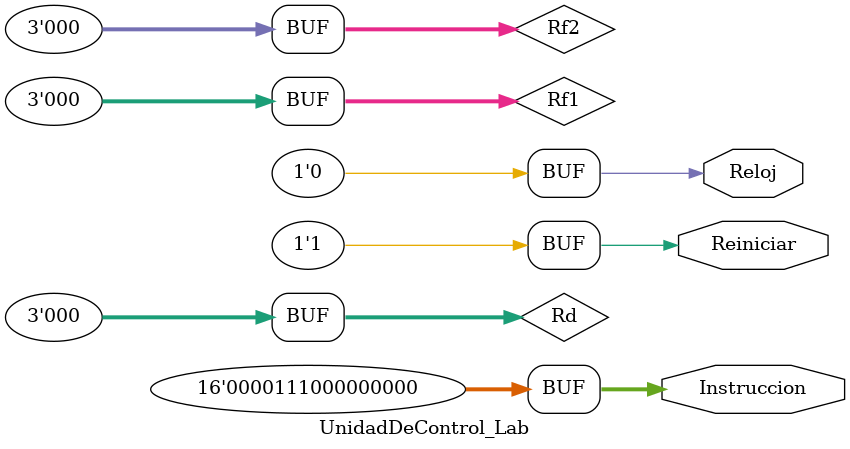
<source format=v>
module UnidadDeControl_Lab (/*AUTOARG*/
   // Outputs
   Instruccion, Reloj, Reiniciar
   ) ;
   output reg [15:0] Instruccion;
   output reg Reloj, Reiniciar;

   wire [5:0] Rta_Control;
   /* -----\/----- EXCLUDED -----\/-----
    
    wire 	    LoadS;
    wire [1:0] SelectS;
    wire 	    NegS;
    -----/\----- EXCLUDED -----/\----- */
   
   wire       Rta_SelectDR, Rta_LoadDR;
   wire       Rta_SelectAR, Rta_LoadAR;
   
   wire [1:0] Rta_SelectPC;
   wire       Rta_LoadPC;
   
   wire       Rta_LoadIR, Rta_LoadCR;
   
   wire       Rta_WriteSelect, Rta_WriteEnable;
   wire [2:0] Rta_WriteAddress, Rta_ReadAddressA, Rta_ReadAddressB;
   
   wire [3:0] Rta_Fun;

   reg   [2:0] Rd, Rf1, Rf2;
   
   
   UnidadDeControl UC (Rta_Control,
		       Rta_SelectDR, Rta_LoadDR,
		       Rta_SelectAR, Rta_LoadAR,
		       Rta_SelectPC,Rta_LoadPC,
		       Rta_LoadIR, Rta_LoadCR,
		       Rta_WriteSelect, Rta_WriteEnable,
		       Rta_WriteAddress,Rta_ReadAddressA,Rta_ReadAddressB,
		       Rta_Fun,
		       //Los estimulos de prueba:
		       Instruccion,Reloj,Reiniciar);

   initial begin
      Reloj = 1'b0;
      Reiniciar = 1'b1;
      Instruccion <= 16'h0;
      Rd <= 3'b000;
      Rf1 <= 3'b001;
      Rf2 <= 3'b010;
   end

   initial begin
      repeat (64) begin
	 #1 Reloj <=  ~Reloj;
      end
   end
   
   initial begin
      repeat (34) begin
	 #1 Reiniciar <= ~Reiniciar;
	 #11 Reiniciar <= ~Reiniciar;
      end
   end

   initial begin
      repeat (34) begin
	 #12 Rd <= Rd+3;
	 Rf1 <= Rf1+3;
	 Rf2 <= Rf2+3;
      end
   end
   
   initial begin
      #12 Instruccion <= {7'h3,Rd,Rf1,Rf2};
      #12 Instruccion <= {7'h5,Rd,Rf1,Rf2};
      #12 Instruccion <= {7'h7,Rd,Rf1,Rf2};
   end

 
   initial begin
      $dumpfile("UnidadDeControl_Lab.vcd");
      $dumpvars;
   end
   
endmodule // UnidadDeControl_Lab

</source>
